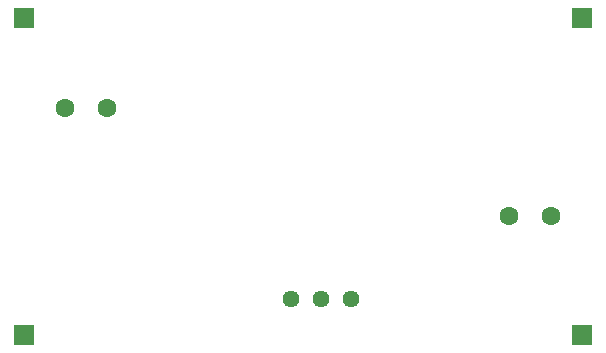
<source format=gbr>
%TF.GenerationSoftware,KiCad,Pcbnew,9.0.3*%
%TF.CreationDate,2026-02-07T01:57:28+05:30*%
%TF.ProjectId,dc dc boost converter,64632064-6320-4626-9f6f-737420636f6e,rev?*%
%TF.SameCoordinates,Original*%
%TF.FileFunction,Soldermask,Bot*%
%TF.FilePolarity,Negative*%
%FSLAX46Y46*%
G04 Gerber Fmt 4.6, Leading zero omitted, Abs format (unit mm)*
G04 Created by KiCad (PCBNEW 9.0.3) date 2026-02-07 01:57:28*
%MOMM*%
%LPD*%
G01*
G04 APERTURE LIST*
%ADD10C,1.600000*%
%ADD11C,1.440000*%
%ADD12R,1.700000X1.700000*%
G04 APERTURE END LIST*
D10*
%TO.C,C1*%
X121850000Y-108400000D03*
X125350000Y-108400000D03*
%TD*%
D11*
%TO.C,RV1*%
X146080000Y-124600000D03*
X143540000Y-124600000D03*
X141000000Y-124600000D03*
%TD*%
D12*
%TO.C,J4*%
X165600000Y-100800000D03*
%TD*%
%TO.C,J3*%
X165600000Y-127600000D03*
%TD*%
%TO.C,J2*%
X118400000Y-127600000D03*
%TD*%
%TO.C,J1*%
X118400000Y-100800000D03*
%TD*%
D10*
%TO.C,C4*%
X159450000Y-117600000D03*
X162950000Y-117600000D03*
%TD*%
M02*

</source>
